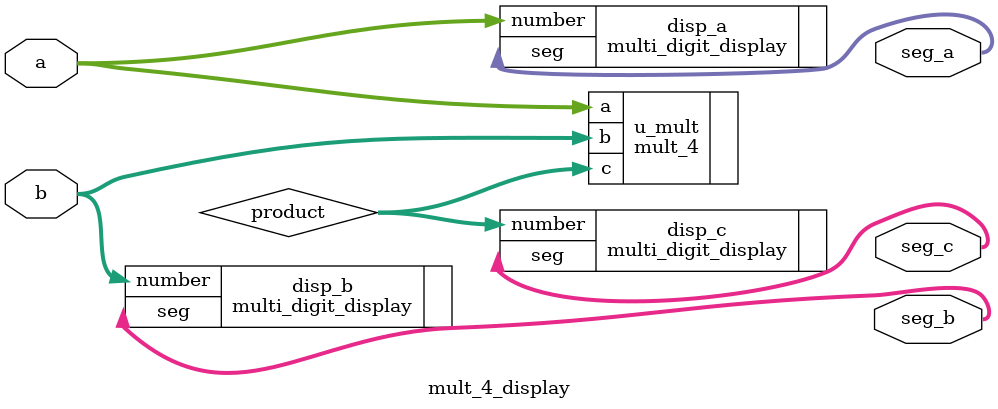
<source format=sv>
module mult_4_display (
    input  logic [3:0] a,
    input  logic [3:0] b,
    output logic [6:0] seg_a,       // single digit
    output logic [6:0] seg_b,       // single digit
    output logic [13:0] seg_c       // 2 digits
);
    // Product
    logic [7:0] product;

    // Multiplier
    mult_4 u_mult (
        .a(a),
        .b(b),
        .c(product)
    );

    // Displays
    multi_digit_display #(.NUM_DIGITS(1)) disp_a (
        .number(a),
        .seg(seg_a)
    );

    multi_digit_display #(.NUM_DIGITS(1)) disp_b (
        .number(b),
        .seg(seg_b)
    );

    multi_digit_display #(.NUM_DIGITS(2)) disp_c (
        .number(product),
        .seg(seg_c)
    );

endmodule


</source>
